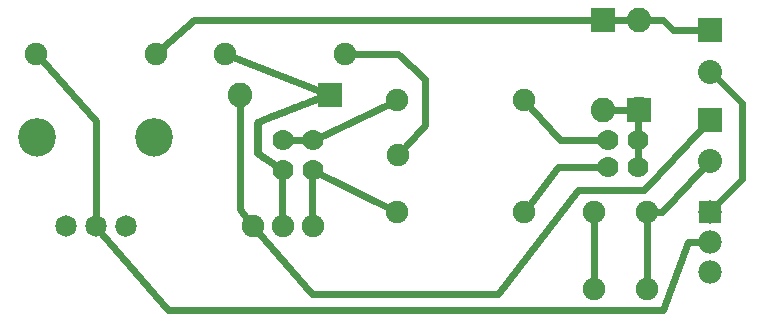
<source format=gtl>
G04 MADE WITH FRITZING*
G04 WWW.FRITZING.ORG*
G04 DOUBLE SIDED*
G04 HOLES PLATED*
G04 CONTOUR ON CENTER OF CONTOUR VECTOR*
%ASAXBY*%
%FSLAX23Y23*%
%MOIN*%
%OFA0B0*%
%SFA1.0B1.0*%
%ADD10C,0.075000*%
%ADD11C,0.075118*%
%ADD12C,0.074803*%
%ADD13C,0.082000*%
%ADD14C,0.080000*%
%ADD15C,0.070000*%
%ADD16C,0.071889*%
%ADD17C,0.071917*%
%ADD18C,0.124033*%
%ADD19C,0.078000*%
%ADD20C,0.125984*%
%ADD21R,0.082000X0.082000*%
%ADD22R,0.080000X0.080000*%
%ADD23R,0.078000X0.078000*%
%ADD24C,0.024000*%
%ADD25R,0.001000X0.001000*%
%LNCOPPER1*%
G90*
G70*
G54D10*
X262Y899D03*
X662Y899D03*
G54D11*
X1888Y745D03*
X1467Y745D03*
X1467Y371D03*
X1888Y371D03*
X1888Y745D03*
X1467Y745D03*
X1467Y371D03*
X1888Y371D03*
G54D12*
X1470Y562D03*
G54D10*
X893Y898D03*
X1293Y898D03*
G54D13*
X1240Y761D03*
X942Y761D03*
X2271Y713D03*
X2271Y1011D03*
X2151Y1010D03*
X2151Y712D03*
G54D14*
X2508Y677D03*
X2508Y540D03*
G54D10*
X1185Y325D03*
X1085Y325D03*
X985Y325D03*
G54D15*
X2270Y611D03*
X2170Y611D03*
X2270Y521D03*
X2170Y521D03*
X1085Y611D03*
X1085Y511D03*
X1185Y611D03*
X1185Y511D03*
G54D16*
X361Y324D03*
X461Y324D03*
G54D17*
X561Y324D03*
G54D18*
X266Y619D03*
X655Y619D03*
G54D19*
X2508Y372D03*
X2508Y272D03*
X2508Y172D03*
G54D10*
X2300Y371D03*
X2300Y115D03*
X2123Y371D03*
X2123Y115D03*
G54D14*
X2508Y977D03*
X2508Y839D03*
G54D20*
X266Y621D03*
X656Y621D03*
G54D21*
X1241Y761D03*
X2271Y712D03*
X2151Y1011D03*
G54D22*
X2508Y677D03*
G54D23*
X2508Y372D03*
G54D22*
X2508Y977D03*
G54D24*
X461Y674D02*
X281Y877D01*
D02*
X461Y357D02*
X461Y674D01*
D02*
X702Y45D02*
X2354Y45D01*
D02*
X2435Y272D02*
X2478Y272D01*
D02*
X2354Y45D02*
X2435Y272D01*
D02*
X482Y299D02*
X702Y45D01*
D02*
X789Y1010D02*
X684Y917D01*
D02*
X2119Y1010D02*
X789Y1010D01*
D02*
X2183Y1010D02*
X2238Y1010D01*
D02*
X2303Y1011D02*
X2351Y1011D01*
D02*
X2351Y1011D02*
X2386Y977D01*
D02*
X2386Y977D02*
X2477Y977D01*
D02*
X1210Y773D02*
X919Y888D01*
D02*
X1470Y898D02*
X1321Y898D01*
D02*
X1559Y661D02*
X1559Y814D01*
D02*
X1559Y814D02*
X1470Y898D01*
D02*
X1496Y590D02*
X1559Y661D01*
D02*
X2123Y143D02*
X2123Y342D01*
D02*
X2300Y342D02*
X2300Y143D01*
D02*
X2238Y712D02*
X2183Y712D01*
D02*
X2270Y680D02*
X2270Y637D01*
D02*
X2270Y585D02*
X2270Y547D01*
D02*
X1209Y622D02*
X1432Y728D01*
D02*
X1111Y611D02*
X1159Y611D01*
D02*
X1209Y499D02*
X1433Y388D01*
D02*
X2009Y611D02*
X1914Y716D01*
D02*
X2144Y611D02*
X2009Y611D01*
D02*
X2004Y521D02*
X1912Y402D01*
D02*
X2144Y521D02*
X2004Y521D01*
D02*
X1802Y97D02*
X2070Y443D01*
D02*
X2070Y443D02*
X2289Y443D01*
D02*
X1184Y97D02*
X1802Y97D01*
D02*
X2289Y443D02*
X2486Y655D01*
D02*
X1003Y304D02*
X1184Y97D01*
D02*
X942Y382D02*
X942Y729D01*
D02*
X967Y348D02*
X942Y382D01*
D02*
X2350Y371D02*
X2486Y517D01*
D02*
X2328Y371D02*
X2350Y371D01*
D02*
X2531Y818D02*
X2616Y735D01*
D02*
X2616Y481D02*
X2529Y393D01*
D02*
X2616Y735D02*
X2616Y481D01*
G54D25*
X1236Y773D02*
X1242Y773D01*
X1233Y772D02*
X1244Y772D01*
X1230Y771D02*
X1246Y771D01*
X1228Y770D02*
X1247Y770D01*
X1225Y769D02*
X1248Y769D01*
X1222Y768D02*
X1248Y768D01*
X1220Y767D02*
X1249Y767D01*
X1217Y766D02*
X1249Y766D01*
X1215Y765D02*
X1250Y765D01*
X1212Y764D02*
X1250Y764D01*
X1209Y763D02*
X1250Y763D01*
X1207Y762D02*
X1250Y762D01*
X1204Y761D02*
X1250Y761D01*
X1202Y760D02*
X1250Y760D01*
X1199Y759D02*
X1250Y759D01*
X1196Y758D02*
X1250Y758D01*
X1194Y757D02*
X1249Y757D01*
X1191Y756D02*
X1249Y756D01*
X1189Y755D02*
X1248Y755D01*
X1186Y754D02*
X1247Y754D01*
X1183Y753D02*
X1247Y753D01*
X1181Y752D02*
X1245Y752D01*
X1178Y751D02*
X1244Y751D01*
X1176Y750D02*
X1242Y750D01*
X1173Y749D02*
X1239Y749D01*
X1171Y748D02*
X1236Y748D01*
X1168Y747D02*
X1234Y747D01*
X1165Y746D02*
X1231Y746D01*
X1163Y745D02*
X1229Y745D01*
X1160Y744D02*
X1226Y744D01*
X1158Y743D02*
X1223Y743D01*
X1155Y742D02*
X1221Y742D01*
X1152Y741D02*
X1218Y741D01*
X1150Y740D02*
X1216Y740D01*
X1147Y739D02*
X1213Y739D01*
X1145Y738D02*
X1210Y738D01*
X1142Y737D02*
X1208Y737D01*
X1139Y736D02*
X1205Y736D01*
X1137Y735D02*
X1203Y735D01*
X1134Y734D02*
X1200Y734D01*
X1132Y733D02*
X1197Y733D01*
X1129Y732D02*
X1195Y732D01*
X1126Y731D02*
X1192Y731D01*
X1124Y730D02*
X1190Y730D01*
X1121Y729D02*
X1187Y729D01*
X1119Y728D02*
X1184Y728D01*
X1116Y727D02*
X1182Y727D01*
X1113Y726D02*
X1179Y726D01*
X1111Y725D02*
X1177Y725D01*
X1108Y724D02*
X1174Y724D01*
X1106Y723D02*
X1171Y723D01*
X1103Y722D02*
X1169Y722D01*
X1101Y721D02*
X1166Y721D01*
X1098Y720D02*
X1164Y720D01*
X1096Y719D02*
X1161Y719D01*
X1093Y718D02*
X1158Y718D01*
X1090Y717D02*
X1156Y717D01*
X1088Y716D02*
X1153Y716D01*
X1085Y715D02*
X1151Y715D01*
X1083Y714D02*
X1148Y714D01*
X1080Y713D02*
X1145Y713D01*
X1078Y712D02*
X1143Y712D01*
X1075Y711D02*
X1140Y711D01*
X1072Y710D02*
X1138Y710D01*
X1070Y709D02*
X1135Y709D01*
X1067Y708D02*
X1132Y708D01*
X1065Y707D02*
X1130Y707D01*
X1062Y706D02*
X1127Y706D01*
X1060Y705D02*
X1125Y705D01*
X1057Y704D02*
X1122Y704D01*
X1054Y703D02*
X1120Y703D01*
X1052Y702D02*
X1117Y702D01*
X1049Y701D02*
X1114Y701D01*
X1047Y700D02*
X1112Y700D01*
X1044Y699D02*
X1109Y699D01*
X1042Y698D02*
X1107Y698D01*
X1039Y697D02*
X1104Y697D01*
X1037Y696D02*
X1102Y696D01*
X1034Y695D02*
X1099Y695D01*
X1032Y694D02*
X1096Y694D01*
X1029Y693D02*
X1094Y693D01*
X1027Y692D02*
X1091Y692D01*
X1024Y691D02*
X1089Y691D01*
X1022Y690D02*
X1086Y690D01*
X1019Y689D02*
X1084Y689D01*
X1017Y688D02*
X1081Y688D01*
X1014Y687D02*
X1078Y687D01*
X1012Y686D02*
X1076Y686D01*
X1009Y685D02*
X1073Y685D01*
X1007Y684D02*
X1071Y684D01*
X1005Y683D02*
X1068Y683D01*
X1002Y682D02*
X1066Y682D01*
X1000Y681D02*
X1063Y681D01*
X998Y680D02*
X1060Y680D01*
X996Y679D02*
X1058Y679D01*
X995Y678D02*
X1055Y678D01*
X994Y677D02*
X1053Y677D01*
X993Y676D02*
X1050Y676D01*
X992Y675D02*
X1048Y675D01*
X992Y674D02*
X1045Y674D01*
X992Y673D02*
X1043Y673D01*
X991Y672D02*
X1040Y672D01*
X991Y671D02*
X1038Y671D01*
X991Y670D02*
X1035Y670D01*
X991Y669D02*
X1033Y669D01*
X991Y668D02*
X1030Y668D01*
X991Y667D02*
X1028Y667D01*
X991Y666D02*
X1025Y666D01*
X991Y665D02*
X1023Y665D01*
X991Y664D02*
X1020Y664D01*
X991Y663D02*
X1018Y663D01*
X991Y662D02*
X1015Y662D01*
X991Y661D02*
X1014Y661D01*
X991Y660D02*
X1014Y660D01*
X991Y659D02*
X1014Y659D01*
X991Y658D02*
X1014Y658D01*
X991Y657D02*
X1014Y657D01*
X991Y656D02*
X1014Y656D01*
X991Y655D02*
X1014Y655D01*
X991Y654D02*
X1014Y654D01*
X991Y653D02*
X1014Y653D01*
X991Y652D02*
X1014Y652D01*
X991Y651D02*
X1014Y651D01*
X991Y650D02*
X1014Y650D01*
X991Y649D02*
X1014Y649D01*
X991Y648D02*
X1014Y648D01*
X991Y647D02*
X1014Y647D01*
X991Y646D02*
X1014Y646D01*
X991Y645D02*
X1014Y645D01*
X991Y644D02*
X1014Y644D01*
X991Y643D02*
X1014Y643D01*
X991Y642D02*
X1014Y642D01*
X991Y641D02*
X1014Y641D01*
X991Y640D02*
X1014Y640D01*
X991Y639D02*
X1014Y639D01*
X991Y638D02*
X1014Y638D01*
X991Y637D02*
X1014Y637D01*
X991Y636D02*
X1014Y636D01*
X991Y635D02*
X1014Y635D01*
X991Y634D02*
X1014Y634D01*
X991Y633D02*
X1014Y633D01*
X991Y632D02*
X1014Y632D01*
X991Y631D02*
X1014Y631D01*
X991Y630D02*
X1014Y630D01*
X991Y629D02*
X1014Y629D01*
X991Y628D02*
X1014Y628D01*
X991Y627D02*
X1014Y627D01*
X991Y626D02*
X1014Y626D01*
X991Y625D02*
X1014Y625D01*
X991Y624D02*
X1014Y624D01*
X991Y623D02*
X1014Y623D01*
X991Y622D02*
X1014Y622D01*
X991Y621D02*
X1014Y621D01*
X991Y620D02*
X1014Y620D01*
X991Y619D02*
X1014Y619D01*
X991Y618D02*
X1014Y618D01*
X991Y617D02*
X1014Y617D01*
X991Y616D02*
X1014Y616D01*
X991Y615D02*
X1014Y615D01*
X991Y614D02*
X1014Y614D01*
X991Y613D02*
X1014Y613D01*
X991Y612D02*
X1014Y612D01*
X991Y611D02*
X1014Y611D01*
X991Y610D02*
X1014Y610D01*
X991Y609D02*
X1014Y609D01*
X991Y608D02*
X1014Y608D01*
X991Y607D02*
X1014Y607D01*
X991Y606D02*
X1014Y606D01*
X991Y605D02*
X1014Y605D01*
X991Y604D02*
X1014Y604D01*
X991Y603D02*
X1014Y603D01*
X991Y602D02*
X1014Y602D01*
X991Y601D02*
X1014Y601D01*
X991Y600D02*
X1014Y600D01*
X991Y599D02*
X1014Y599D01*
X991Y598D02*
X1014Y598D01*
X991Y597D02*
X1014Y597D01*
X991Y596D02*
X1014Y596D01*
X991Y595D02*
X1014Y595D01*
X991Y594D02*
X1014Y594D01*
X991Y593D02*
X1014Y593D01*
X991Y592D02*
X1014Y592D01*
X991Y591D02*
X1014Y591D01*
X991Y590D02*
X1014Y590D01*
X991Y589D02*
X1014Y589D01*
X991Y588D02*
X1014Y588D01*
X991Y587D02*
X1014Y587D01*
X991Y586D02*
X1014Y586D01*
X991Y585D02*
X1014Y585D01*
X991Y584D02*
X1014Y584D01*
X991Y583D02*
X1014Y583D01*
X991Y582D02*
X1014Y582D01*
X991Y581D02*
X1014Y581D01*
X991Y580D02*
X1014Y580D01*
X991Y579D02*
X1014Y579D01*
X991Y578D02*
X1014Y578D01*
X991Y577D02*
X1014Y577D01*
X991Y576D02*
X1014Y576D01*
X991Y575D02*
X1014Y575D01*
X991Y574D02*
X1014Y574D01*
X991Y573D02*
X1014Y573D01*
X991Y572D02*
X1014Y572D01*
X991Y571D02*
X1015Y571D01*
X991Y570D02*
X1016Y570D01*
X991Y569D02*
X1018Y569D01*
X991Y568D02*
X1019Y568D01*
X991Y567D02*
X1021Y567D01*
X991Y566D02*
X1022Y566D01*
X991Y565D02*
X1024Y565D01*
X991Y564D02*
X1025Y564D01*
X991Y563D02*
X1027Y563D01*
X991Y562D02*
X1028Y562D01*
X992Y561D02*
X1030Y561D01*
X992Y560D02*
X1031Y560D01*
X993Y559D02*
X1033Y559D01*
X993Y558D02*
X1034Y558D01*
X994Y557D02*
X1036Y557D01*
X995Y556D02*
X1037Y556D01*
X996Y555D02*
X1039Y555D01*
X998Y554D02*
X1040Y554D01*
X999Y553D02*
X1042Y553D01*
X1001Y552D02*
X1043Y552D01*
X1002Y551D02*
X1045Y551D01*
X1004Y550D02*
X1046Y550D01*
X1005Y549D02*
X1048Y549D01*
X1007Y548D02*
X1049Y548D01*
X1008Y547D02*
X1051Y547D01*
X1010Y546D02*
X1052Y546D01*
X1011Y545D02*
X1054Y545D01*
X1013Y544D02*
X1055Y544D01*
X1014Y543D02*
X1057Y543D01*
X1016Y542D02*
X1058Y542D01*
X1017Y541D02*
X1060Y541D01*
X1019Y540D02*
X1062Y540D01*
X1020Y539D02*
X1063Y539D01*
X1022Y538D02*
X1065Y538D01*
X1023Y537D02*
X1066Y537D01*
X1025Y536D02*
X1068Y536D01*
X1027Y535D02*
X1069Y535D01*
X1028Y534D02*
X1071Y534D01*
X1030Y533D02*
X1072Y533D01*
X1031Y532D02*
X1074Y532D01*
X1033Y531D02*
X1075Y531D01*
X1034Y530D02*
X1077Y530D01*
X1036Y529D02*
X1078Y529D01*
X1037Y528D02*
X1080Y528D01*
X1039Y527D02*
X1081Y527D01*
X1040Y526D02*
X1083Y526D01*
X1042Y525D02*
X1084Y525D01*
X1043Y524D02*
X1086Y524D01*
X1045Y523D02*
X1087Y523D01*
X1184Y523D02*
X1185Y523D01*
X1046Y522D02*
X1089Y522D01*
X1180Y522D02*
X1189Y522D01*
X1048Y521D02*
X1090Y521D01*
X1178Y521D02*
X1191Y521D01*
X1049Y520D02*
X1092Y520D01*
X1177Y520D02*
X1192Y520D01*
X1051Y519D02*
X1092Y519D01*
X1176Y519D02*
X1193Y519D01*
X1052Y518D02*
X1093Y518D01*
X1175Y518D02*
X1194Y518D01*
X1054Y517D02*
X1094Y517D01*
X1174Y517D02*
X1194Y517D01*
X1055Y516D02*
X1094Y516D01*
X1174Y516D02*
X1195Y516D01*
X1057Y515D02*
X1095Y515D01*
X1174Y515D02*
X1195Y515D01*
X1058Y514D02*
X1095Y514D01*
X1173Y514D02*
X1195Y514D01*
X1060Y513D02*
X1095Y513D01*
X1173Y513D02*
X1196Y513D01*
X1061Y512D02*
X1095Y512D01*
X1173Y512D02*
X1196Y512D01*
X1063Y511D02*
X1096Y511D01*
X1173Y511D02*
X1196Y511D01*
X1064Y510D02*
X1096Y510D01*
X1173Y510D02*
X1196Y510D01*
X1066Y509D02*
X1096Y509D01*
X1173Y509D02*
X1196Y509D01*
X1067Y508D02*
X1096Y508D01*
X1173Y508D02*
X1196Y508D01*
X1069Y507D02*
X1096Y507D01*
X1173Y507D02*
X1196Y507D01*
X1070Y506D02*
X1096Y506D01*
X1173Y506D02*
X1196Y506D01*
X1072Y505D02*
X1096Y505D01*
X1173Y505D02*
X1196Y505D01*
X1073Y504D02*
X1096Y504D01*
X1173Y504D02*
X1196Y504D01*
X1073Y503D02*
X1096Y503D01*
X1173Y503D02*
X1196Y503D01*
X1073Y502D02*
X1096Y502D01*
X1173Y502D02*
X1196Y502D01*
X1073Y501D02*
X1096Y501D01*
X1173Y501D02*
X1196Y501D01*
X1073Y500D02*
X1096Y500D01*
X1173Y500D02*
X1196Y500D01*
X1073Y499D02*
X1096Y499D01*
X1173Y499D02*
X1196Y499D01*
X1073Y498D02*
X1096Y498D01*
X1173Y498D02*
X1196Y498D01*
X1073Y497D02*
X1096Y497D01*
X1173Y497D02*
X1196Y497D01*
X1073Y496D02*
X1096Y496D01*
X1173Y496D02*
X1196Y496D01*
X1073Y495D02*
X1096Y495D01*
X1173Y495D02*
X1196Y495D01*
X1073Y494D02*
X1096Y494D01*
X1173Y494D02*
X1196Y494D01*
X1073Y493D02*
X1096Y493D01*
X1173Y493D02*
X1196Y493D01*
X1073Y492D02*
X1096Y492D01*
X1173Y492D02*
X1196Y492D01*
X1073Y491D02*
X1096Y491D01*
X1173Y491D02*
X1196Y491D01*
X1073Y490D02*
X1096Y490D01*
X1173Y490D02*
X1196Y490D01*
X1073Y489D02*
X1096Y489D01*
X1173Y489D02*
X1196Y489D01*
X1073Y488D02*
X1096Y488D01*
X1173Y488D02*
X1196Y488D01*
X1073Y487D02*
X1096Y487D01*
X1173Y487D02*
X1196Y487D01*
X1073Y486D02*
X1096Y486D01*
X1173Y486D02*
X1196Y486D01*
X1073Y485D02*
X1095Y485D01*
X1173Y485D02*
X1196Y485D01*
X1073Y484D02*
X1095Y484D01*
X1173Y484D02*
X1196Y484D01*
X1073Y483D02*
X1095Y483D01*
X1173Y483D02*
X1196Y483D01*
X1073Y482D02*
X1095Y482D01*
X1173Y482D02*
X1196Y482D01*
X1073Y481D02*
X1095Y481D01*
X1173Y481D02*
X1196Y481D01*
X1073Y480D02*
X1095Y480D01*
X1173Y480D02*
X1196Y480D01*
X1073Y479D02*
X1095Y479D01*
X1173Y479D02*
X1196Y479D01*
X1073Y478D02*
X1095Y478D01*
X1173Y478D02*
X1196Y478D01*
X1072Y477D02*
X1095Y477D01*
X1173Y477D02*
X1196Y477D01*
X1072Y476D02*
X1095Y476D01*
X1173Y476D02*
X1196Y476D01*
X1072Y475D02*
X1095Y475D01*
X1173Y475D02*
X1196Y475D01*
X1072Y474D02*
X1095Y474D01*
X1173Y474D02*
X1196Y474D01*
X1072Y473D02*
X1095Y473D01*
X1173Y473D02*
X1196Y473D01*
X1072Y472D02*
X1095Y472D01*
X1173Y472D02*
X1196Y472D01*
X1072Y471D02*
X1095Y471D01*
X1173Y471D02*
X1196Y471D01*
X1072Y470D02*
X1095Y470D01*
X1173Y470D02*
X1196Y470D01*
X1072Y469D02*
X1095Y469D01*
X1173Y469D02*
X1196Y469D01*
X1072Y468D02*
X1095Y468D01*
X1173Y468D02*
X1196Y468D01*
X1072Y467D02*
X1095Y467D01*
X1173Y467D02*
X1196Y467D01*
X1072Y466D02*
X1095Y466D01*
X1173Y466D02*
X1196Y466D01*
X1072Y465D02*
X1095Y465D01*
X1173Y465D02*
X1196Y465D01*
X1072Y464D02*
X1095Y464D01*
X1173Y464D02*
X1196Y464D01*
X1072Y463D02*
X1095Y463D01*
X1173Y463D02*
X1196Y463D01*
X1072Y462D02*
X1095Y462D01*
X1173Y462D02*
X1196Y462D01*
X1072Y461D02*
X1095Y461D01*
X1173Y461D02*
X1196Y461D01*
X1072Y460D02*
X1095Y460D01*
X1173Y460D02*
X1196Y460D01*
X1072Y459D02*
X1095Y459D01*
X1173Y459D02*
X1196Y459D01*
X1072Y458D02*
X1095Y458D01*
X1173Y458D02*
X1196Y458D01*
X1072Y457D02*
X1095Y457D01*
X1173Y457D02*
X1196Y457D01*
X1072Y456D02*
X1095Y456D01*
X1173Y456D02*
X1196Y456D01*
X1072Y455D02*
X1095Y455D01*
X1173Y455D02*
X1196Y455D01*
X1072Y454D02*
X1095Y454D01*
X1173Y454D02*
X1196Y454D01*
X1072Y453D02*
X1095Y453D01*
X1173Y453D02*
X1196Y453D01*
X1072Y452D02*
X1095Y452D01*
X1173Y452D02*
X1196Y452D01*
X1072Y451D02*
X1095Y451D01*
X1173Y451D02*
X1196Y451D01*
X1072Y450D02*
X1095Y450D01*
X1173Y450D02*
X1196Y450D01*
X1072Y449D02*
X1095Y449D01*
X1173Y449D02*
X1196Y449D01*
X1072Y448D02*
X1095Y448D01*
X1173Y448D02*
X1196Y448D01*
X1072Y447D02*
X1095Y447D01*
X1173Y447D02*
X1196Y447D01*
X1072Y446D02*
X1095Y446D01*
X1173Y446D02*
X1196Y446D01*
X1072Y445D02*
X1095Y445D01*
X1173Y445D02*
X1196Y445D01*
X1072Y444D02*
X1095Y444D01*
X1173Y444D02*
X1196Y444D01*
X1072Y443D02*
X1095Y443D01*
X1173Y443D02*
X1196Y443D01*
X1072Y442D02*
X1095Y442D01*
X1173Y442D02*
X1196Y442D01*
X1072Y441D02*
X1095Y441D01*
X1173Y441D02*
X1196Y441D01*
X1072Y440D02*
X1095Y440D01*
X1173Y440D02*
X1196Y440D01*
X1072Y439D02*
X1095Y439D01*
X1173Y439D02*
X1196Y439D01*
X1072Y438D02*
X1095Y438D01*
X1173Y438D02*
X1196Y438D01*
X1072Y437D02*
X1095Y437D01*
X1173Y437D02*
X1196Y437D01*
X1072Y436D02*
X1095Y436D01*
X1173Y436D02*
X1196Y436D01*
X1072Y435D02*
X1095Y435D01*
X1173Y435D02*
X1196Y435D01*
X1072Y434D02*
X1095Y434D01*
X1173Y434D02*
X1196Y434D01*
X1072Y433D02*
X1095Y433D01*
X1173Y433D02*
X1196Y433D01*
X1072Y432D02*
X1095Y432D01*
X1173Y432D02*
X1196Y432D01*
X1072Y431D02*
X1095Y431D01*
X1173Y431D02*
X1196Y431D01*
X1072Y430D02*
X1095Y430D01*
X1173Y430D02*
X1196Y430D01*
X1072Y429D02*
X1095Y429D01*
X1173Y429D02*
X1196Y429D01*
X1072Y428D02*
X1095Y428D01*
X1173Y428D02*
X1196Y428D01*
X1072Y427D02*
X1095Y427D01*
X1173Y427D02*
X1196Y427D01*
X1072Y426D02*
X1095Y426D01*
X1173Y426D02*
X1196Y426D01*
X1072Y425D02*
X1095Y425D01*
X1173Y425D02*
X1196Y425D01*
X1072Y424D02*
X1095Y424D01*
X1173Y424D02*
X1196Y424D01*
X1072Y423D02*
X1095Y423D01*
X1173Y423D02*
X1196Y423D01*
X1072Y422D02*
X1095Y422D01*
X1173Y422D02*
X1196Y422D01*
X1072Y421D02*
X1095Y421D01*
X1173Y421D02*
X1196Y421D01*
X1072Y420D02*
X1095Y420D01*
X1173Y420D02*
X1196Y420D01*
X1072Y419D02*
X1095Y419D01*
X1173Y419D02*
X1196Y419D01*
X1072Y418D02*
X1095Y418D01*
X1173Y418D02*
X1196Y418D01*
X1072Y417D02*
X1095Y417D01*
X1173Y417D02*
X1196Y417D01*
X1072Y416D02*
X1095Y416D01*
X1173Y416D02*
X1196Y416D01*
X1072Y415D02*
X1095Y415D01*
X1173Y415D02*
X1196Y415D01*
X1072Y414D02*
X1095Y414D01*
X1173Y414D02*
X1196Y414D01*
X1072Y413D02*
X1095Y413D01*
X1173Y413D02*
X1196Y413D01*
X1072Y412D02*
X1095Y412D01*
X1173Y412D02*
X1196Y412D01*
X1072Y411D02*
X1095Y411D01*
X1173Y411D02*
X1196Y411D01*
X1072Y410D02*
X1095Y410D01*
X1173Y410D02*
X1196Y410D01*
X1072Y409D02*
X1095Y409D01*
X1173Y409D02*
X1196Y409D01*
X1072Y408D02*
X1095Y408D01*
X1173Y408D02*
X1196Y408D01*
X1072Y407D02*
X1095Y407D01*
X1173Y407D02*
X1196Y407D01*
X1072Y406D02*
X1095Y406D01*
X1173Y406D02*
X1196Y406D01*
X1072Y405D02*
X1095Y405D01*
X1173Y405D02*
X1196Y405D01*
X1072Y404D02*
X1095Y404D01*
X1173Y404D02*
X1196Y404D01*
X1072Y403D02*
X1095Y403D01*
X1173Y403D02*
X1196Y403D01*
X1072Y402D02*
X1095Y402D01*
X1173Y402D02*
X1196Y402D01*
X1072Y401D02*
X1095Y401D01*
X1173Y401D02*
X1196Y401D01*
X1072Y400D02*
X1095Y400D01*
X1172Y400D02*
X1196Y400D01*
X1072Y399D02*
X1095Y399D01*
X1172Y399D02*
X1196Y399D01*
X1072Y398D02*
X1095Y398D01*
X1172Y398D02*
X1195Y398D01*
X1072Y397D02*
X1095Y397D01*
X1172Y397D02*
X1195Y397D01*
X1072Y396D02*
X1095Y396D01*
X1172Y396D02*
X1195Y396D01*
X1072Y395D02*
X1095Y395D01*
X1172Y395D02*
X1195Y395D01*
X1072Y394D02*
X1095Y394D01*
X1172Y394D02*
X1195Y394D01*
X1072Y393D02*
X1095Y393D01*
X1172Y393D02*
X1195Y393D01*
X1072Y392D02*
X1095Y392D01*
X1172Y392D02*
X1195Y392D01*
X1072Y391D02*
X1095Y391D01*
X1172Y391D02*
X1195Y391D01*
X1072Y390D02*
X1095Y390D01*
X1172Y390D02*
X1195Y390D01*
X1072Y389D02*
X1095Y389D01*
X1172Y389D02*
X1195Y389D01*
X1072Y388D02*
X1095Y388D01*
X1172Y388D02*
X1195Y388D01*
X1072Y387D02*
X1095Y387D01*
X1172Y387D02*
X1195Y387D01*
X1072Y386D02*
X1095Y386D01*
X1172Y386D02*
X1195Y386D01*
X1072Y385D02*
X1095Y385D01*
X1172Y385D02*
X1195Y385D01*
X1072Y384D02*
X1095Y384D01*
X1172Y384D02*
X1195Y384D01*
X1072Y383D02*
X1095Y383D01*
X1172Y383D02*
X1195Y383D01*
X1072Y382D02*
X1095Y382D01*
X1172Y382D02*
X1195Y382D01*
X1072Y381D02*
X1095Y381D01*
X1172Y381D02*
X1195Y381D01*
X1072Y380D02*
X1095Y380D01*
X1172Y380D02*
X1195Y380D01*
X1072Y379D02*
X1095Y379D01*
X1172Y379D02*
X1195Y379D01*
X1072Y378D02*
X1095Y378D01*
X1172Y378D02*
X1195Y378D01*
X1072Y377D02*
X1095Y377D01*
X1172Y377D02*
X1195Y377D01*
X1072Y376D02*
X1095Y376D01*
X1172Y376D02*
X1195Y376D01*
X1072Y375D02*
X1095Y375D01*
X1172Y375D02*
X1195Y375D01*
X1072Y374D02*
X1095Y374D01*
X1172Y374D02*
X1195Y374D01*
X1072Y373D02*
X1095Y373D01*
X1172Y373D02*
X1195Y373D01*
X1072Y372D02*
X1095Y372D01*
X1172Y372D02*
X1195Y372D01*
X1072Y371D02*
X1095Y371D01*
X1172Y371D02*
X1195Y371D01*
X1072Y370D02*
X1095Y370D01*
X1172Y370D02*
X1195Y370D01*
X1072Y369D02*
X1095Y369D01*
X1172Y369D02*
X1195Y369D01*
X1072Y368D02*
X1095Y368D01*
X1172Y368D02*
X1195Y368D01*
X1072Y367D02*
X1095Y367D01*
X1172Y367D02*
X1195Y367D01*
X1072Y366D02*
X1095Y366D01*
X1172Y366D02*
X1195Y366D01*
X1072Y365D02*
X1095Y365D01*
X1172Y365D02*
X1195Y365D01*
X1072Y364D02*
X1095Y364D01*
X1172Y364D02*
X1195Y364D01*
X1072Y363D02*
X1095Y363D01*
X1172Y363D02*
X1195Y363D01*
X1072Y362D02*
X1095Y362D01*
X1172Y362D02*
X1195Y362D01*
X1072Y361D02*
X1095Y361D01*
X1172Y361D02*
X1195Y361D01*
X1072Y360D02*
X1095Y360D01*
X1172Y360D02*
X1195Y360D01*
X1072Y359D02*
X1095Y359D01*
X1172Y359D02*
X1195Y359D01*
X1072Y358D02*
X1095Y358D01*
X1172Y358D02*
X1195Y358D01*
X1072Y357D02*
X1095Y357D01*
X1172Y357D02*
X1195Y357D01*
X1072Y356D02*
X1095Y356D01*
X1172Y356D02*
X1195Y356D01*
X1072Y355D02*
X1095Y355D01*
X1172Y355D02*
X1195Y355D01*
X1072Y354D02*
X1095Y354D01*
X1172Y354D02*
X1195Y354D01*
X1072Y353D02*
X1095Y353D01*
X1172Y353D02*
X1195Y353D01*
X1072Y352D02*
X1095Y352D01*
X1172Y352D02*
X1195Y352D01*
X1072Y351D02*
X1095Y351D01*
X1172Y351D02*
X1195Y351D01*
X1072Y350D02*
X1095Y350D01*
X1172Y350D02*
X1195Y350D01*
X1072Y349D02*
X1095Y349D01*
X1172Y349D02*
X1195Y349D01*
X1072Y348D02*
X1095Y348D01*
X1172Y348D02*
X1195Y348D01*
X1072Y347D02*
X1095Y347D01*
X1172Y347D02*
X1195Y347D01*
X1072Y346D02*
X1095Y346D01*
X1172Y346D02*
X1195Y346D01*
X1072Y345D02*
X1095Y345D01*
X1172Y345D02*
X1195Y345D01*
X1072Y344D02*
X1095Y344D01*
X1172Y344D02*
X1195Y344D01*
X1072Y343D02*
X1095Y343D01*
X1172Y343D02*
X1195Y343D01*
X1072Y342D02*
X1095Y342D01*
X1172Y342D02*
X1195Y342D01*
X1072Y341D02*
X1095Y341D01*
X1172Y341D02*
X1195Y341D01*
X1072Y340D02*
X1095Y340D01*
X1172Y340D02*
X1195Y340D01*
X1072Y339D02*
X1095Y339D01*
X1172Y339D02*
X1195Y339D01*
X1072Y338D02*
X1095Y338D01*
X1172Y338D02*
X1195Y338D01*
X1072Y337D02*
X1095Y337D01*
X1172Y337D02*
X1195Y337D01*
X1072Y336D02*
X1095Y336D01*
X1172Y336D02*
X1195Y336D01*
X1072Y335D02*
X1095Y335D01*
X1172Y335D02*
X1195Y335D01*
X1072Y334D02*
X1095Y334D01*
X1172Y334D02*
X1195Y334D01*
X1072Y333D02*
X1095Y333D01*
X1172Y333D02*
X1195Y333D01*
X1072Y332D02*
X1095Y332D01*
X1172Y332D02*
X1195Y332D01*
X1072Y331D02*
X1095Y331D01*
X1172Y331D02*
X1195Y331D01*
X1072Y330D02*
X1095Y330D01*
X1172Y330D02*
X1195Y330D01*
X1072Y329D02*
X1095Y329D01*
X1172Y329D02*
X1195Y329D01*
X1072Y328D02*
X1095Y328D01*
X1172Y328D02*
X1195Y328D01*
X1072Y327D02*
X1095Y327D01*
X1172Y327D02*
X1195Y327D01*
X1072Y326D02*
X1095Y326D01*
X1172Y326D02*
X1195Y326D01*
X1072Y325D02*
X1095Y325D01*
X1172Y325D02*
X1195Y325D01*
X1072Y324D02*
X1095Y324D01*
X1172Y324D02*
X1195Y324D01*
X1073Y323D02*
X1095Y323D01*
X1173Y323D02*
X1195Y323D01*
X1073Y322D02*
X1095Y322D01*
X1173Y322D02*
X1195Y322D01*
X1073Y321D02*
X1094Y321D01*
X1173Y321D02*
X1194Y321D01*
X1074Y320D02*
X1094Y320D01*
X1174Y320D02*
X1194Y320D01*
X1074Y319D02*
X1093Y319D01*
X1174Y319D02*
X1193Y319D01*
X1075Y318D02*
X1092Y318D01*
X1175Y318D02*
X1192Y318D01*
X1076Y317D02*
X1091Y317D01*
X1176Y317D02*
X1191Y317D01*
X1077Y316D02*
X1090Y316D01*
X1177Y316D02*
X1190Y316D01*
X1079Y315D02*
X1089Y315D01*
X1179Y315D02*
X1189Y315D01*
X1082Y314D02*
X1086Y314D01*
X1182Y314D02*
X1186Y314D01*
D02*
G04 End of Copper1*
M02*
</source>
